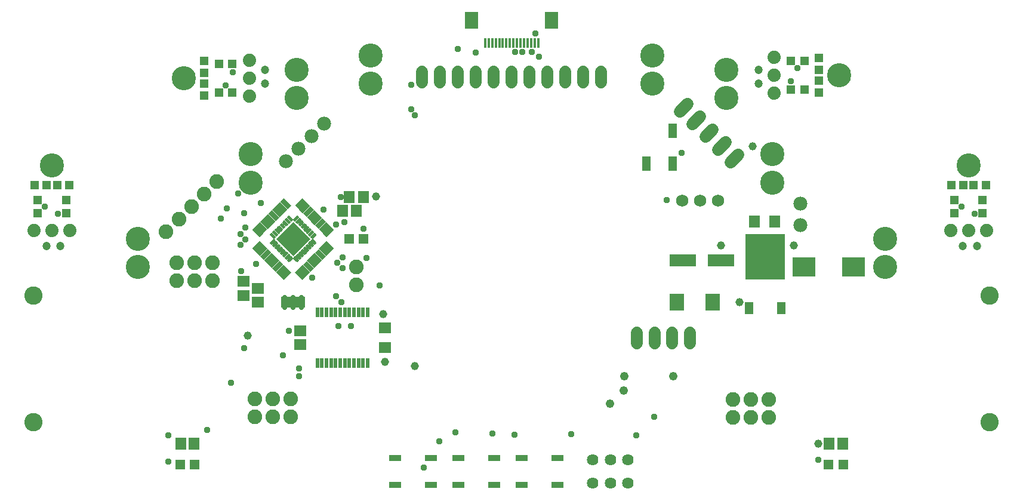
<source format=gbr>
G04 EAGLE Gerber RS-274X export*
G75*
%MOMM*%
%FSLAX34Y34*%
%LPD*%
%INSoldermask Top*%
%IPPOS*%
%AMOC8*
5,1,8,0,0,1.08239X$1,22.5*%
G01*
%ADD10C,1.203200*%
%ADD11R,1.473200X0.762000*%
%ADD12R,0.762000X1.473200*%
%ADD13C,0.653200*%
%ADD14R,3.495038X1.534156*%
%ADD15C,0.352238*%
%ADD16R,3.403200X3.403200*%
%ADD17R,1.503200X1.803200*%
%ADD18R,1.727200X0.965200*%
%ADD19R,0.603200X1.453200*%
%ADD20R,1.803200X1.503200*%
%ADD21R,1.803200X1.603200*%
%ADD22R,5.603200X6.403200*%
%ADD23R,1.203200X1.803200*%
%ADD24R,2.003200X2.403200*%
%ADD25R,3.203200X2.703200*%
%ADD26C,1.727200*%
%ADD27R,1.603200X1.803200*%
%ADD28C,1.625600*%
%ADD29R,1.403200X1.403200*%
%ADD30C,2.603200*%
%ADD31R,1.503200X1.703200*%
%ADD32C,1.981200*%
%ADD33C,2.082800*%
%ADD34C,1.727200*%
%ADD35C,3.419200*%
%ADD36R,3.703200X1.803200*%
%ADD37R,0.400000X1.400000*%
%ADD38R,1.900000X2.350000*%
%ADD39R,1.168400X2.133600*%
%ADD40R,1.203200X1.303200*%
%ADD41R,1.303200X1.203200*%
%ADD42C,1.879600*%
%ADD43C,0.959600*%
%ADD44C,1.159600*%
%ADD45C,1.209600*%


D10*
X-350000Y210000D03*
X-350000Y230000D03*
X-660000Y-20000D03*
X-640000Y-20000D03*
X350000Y230000D03*
X350000Y210000D03*
X640000Y-20000D03*
X660000Y-20000D03*
D11*
G36*
X-352250Y-18040D02*
X-362666Y-28456D01*
X-368054Y-23068D01*
X-357638Y-12652D01*
X-352250Y-18040D01*
G37*
G36*
X-346593Y-23697D02*
X-357009Y-34113D01*
X-362397Y-28725D01*
X-351981Y-18309D01*
X-346593Y-23697D01*
G37*
G36*
X-340937Y-29354D02*
X-351353Y-39770D01*
X-356741Y-34382D01*
X-346325Y-23966D01*
X-340937Y-29354D01*
G37*
G36*
X-335280Y-35011D02*
X-345696Y-45427D01*
X-351084Y-40039D01*
X-340668Y-29623D01*
X-335280Y-35011D01*
G37*
G36*
X-329623Y-40668D02*
X-340039Y-51084D01*
X-345427Y-45696D01*
X-335011Y-35280D01*
X-329623Y-40668D01*
G37*
G36*
X-323966Y-46325D02*
X-334382Y-56741D01*
X-339770Y-51353D01*
X-329354Y-40937D01*
X-323966Y-46325D01*
G37*
G36*
X-318309Y-51981D02*
X-328725Y-62397D01*
X-334113Y-57009D01*
X-323697Y-46593D01*
X-318309Y-51981D01*
G37*
G36*
X-312652Y-57638D02*
X-323068Y-68054D01*
X-328456Y-62666D01*
X-318040Y-52250D01*
X-312652Y-57638D01*
G37*
D12*
G36*
X-291544Y-62666D02*
X-296932Y-68054D01*
X-307348Y-57638D01*
X-301960Y-52250D01*
X-291544Y-62666D01*
G37*
G36*
X-285887Y-57009D02*
X-291275Y-62397D01*
X-301691Y-51981D01*
X-296303Y-46593D01*
X-285887Y-57009D01*
G37*
G36*
X-280230Y-51353D02*
X-285618Y-56741D01*
X-296034Y-46325D01*
X-290646Y-40937D01*
X-280230Y-51353D01*
G37*
G36*
X-274573Y-45696D02*
X-279961Y-51084D01*
X-290377Y-40668D01*
X-284989Y-35280D01*
X-274573Y-45696D01*
G37*
G36*
X-268916Y-40039D02*
X-274304Y-45427D01*
X-284720Y-35011D01*
X-279332Y-29623D01*
X-268916Y-40039D01*
G37*
G36*
X-263259Y-34382D02*
X-268647Y-39770D01*
X-279063Y-29354D01*
X-273675Y-23966D01*
X-263259Y-34382D01*
G37*
G36*
X-257603Y-28725D02*
X-262991Y-34113D01*
X-273407Y-23697D01*
X-268019Y-18309D01*
X-257603Y-28725D01*
G37*
G36*
X-251946Y-23068D02*
X-257334Y-28456D01*
X-267750Y-18040D01*
X-262362Y-12652D01*
X-251946Y-23068D01*
G37*
D11*
G36*
X-251946Y3068D02*
X-262362Y-7348D01*
X-267750Y-1960D01*
X-257334Y8456D01*
X-251946Y3068D01*
G37*
G36*
X-257603Y8725D02*
X-268019Y-1691D01*
X-273407Y3697D01*
X-262991Y14113D01*
X-257603Y8725D01*
G37*
G36*
X-263259Y14382D02*
X-273675Y3966D01*
X-279063Y9354D01*
X-268647Y19770D01*
X-263259Y14382D01*
G37*
G36*
X-268916Y20039D02*
X-279332Y9623D01*
X-284720Y15011D01*
X-274304Y25427D01*
X-268916Y20039D01*
G37*
G36*
X-274573Y25696D02*
X-284989Y15280D01*
X-290377Y20668D01*
X-279961Y31084D01*
X-274573Y25696D01*
G37*
G36*
X-280230Y31353D02*
X-290646Y20937D01*
X-296034Y26325D01*
X-285618Y36741D01*
X-280230Y31353D01*
G37*
G36*
X-285887Y37009D02*
X-296303Y26593D01*
X-301691Y31981D01*
X-291275Y42397D01*
X-285887Y37009D01*
G37*
G36*
X-291544Y42666D02*
X-301960Y32250D01*
X-307348Y37638D01*
X-296932Y48054D01*
X-291544Y42666D01*
G37*
D12*
G36*
X-312652Y37638D02*
X-318040Y32250D01*
X-328456Y42666D01*
X-323068Y48054D01*
X-312652Y37638D01*
G37*
G36*
X-318309Y31981D02*
X-323697Y26593D01*
X-334113Y37009D01*
X-328725Y42397D01*
X-318309Y31981D01*
G37*
G36*
X-323966Y26325D02*
X-329354Y20937D01*
X-339770Y31353D01*
X-334382Y36741D01*
X-323966Y26325D01*
G37*
G36*
X-329623Y20668D02*
X-335011Y15280D01*
X-345427Y25696D01*
X-340039Y31084D01*
X-329623Y20668D01*
G37*
G36*
X-335280Y15011D02*
X-340668Y9623D01*
X-351084Y20039D01*
X-345696Y25427D01*
X-335280Y15011D01*
G37*
G36*
X-340937Y9354D02*
X-346325Y3966D01*
X-356741Y14382D01*
X-351353Y19770D01*
X-340937Y9354D01*
G37*
G36*
X-346593Y3697D02*
X-351981Y-1691D01*
X-362397Y8725D01*
X-357009Y14113D01*
X-346593Y3697D01*
G37*
G36*
X-352250Y-1960D02*
X-357638Y-7348D01*
X-368054Y3068D01*
X-362666Y8456D01*
X-352250Y-1960D01*
G37*
D13*
X-322000Y-92725D02*
X-322000Y-107275D01*
X-310000Y-107275D02*
X-310000Y-92725D01*
X-298000Y-92725D02*
X-298000Y-107275D01*
D14*
X-310025Y-100025D03*
D15*
X-340405Y-16724D02*
X-336510Y-12829D01*
X-340405Y-16724D02*
X-341472Y-15657D01*
X-337577Y-11762D01*
X-336510Y-12829D01*
X-337059Y-13378D02*
X-339193Y-13378D01*
X-332975Y-16364D02*
X-336870Y-20259D01*
X-337937Y-19192D01*
X-334042Y-15297D01*
X-332975Y-16364D01*
X-333524Y-16913D02*
X-335658Y-16913D01*
X-329439Y-19900D02*
X-333334Y-23795D01*
X-334401Y-22728D01*
X-330506Y-18833D01*
X-329439Y-19900D01*
X-329988Y-20449D02*
X-332122Y-20449D01*
X-325904Y-23435D02*
X-329799Y-27330D01*
X-330866Y-26263D01*
X-326971Y-22368D01*
X-325904Y-23435D01*
X-326453Y-23984D02*
X-328587Y-23984D01*
X-322368Y-26971D02*
X-326263Y-30866D01*
X-327330Y-29799D01*
X-323435Y-25904D01*
X-322368Y-26971D01*
X-322917Y-27520D02*
X-325051Y-27520D01*
X-318833Y-30506D02*
X-322728Y-34401D01*
X-323795Y-33334D01*
X-319900Y-29439D01*
X-318833Y-30506D01*
X-319382Y-31055D02*
X-321516Y-31055D01*
X-315297Y-34042D02*
X-319192Y-37937D01*
X-320259Y-36870D01*
X-316364Y-32975D01*
X-315297Y-34042D01*
X-315846Y-34591D02*
X-317980Y-34591D01*
X-311762Y-37577D02*
X-315657Y-41472D01*
X-316724Y-40405D01*
X-312829Y-36510D01*
X-311762Y-37577D01*
X-312311Y-38126D02*
X-314445Y-38126D01*
X-304343Y-41472D02*
X-303276Y-40405D01*
X-304343Y-41472D02*
X-308238Y-37577D01*
X-307171Y-36510D01*
X-303276Y-40405D01*
X-305555Y-38126D02*
X-307689Y-38126D01*
X-300808Y-37937D02*
X-299741Y-36870D01*
X-300808Y-37937D02*
X-304703Y-34042D01*
X-303636Y-32975D01*
X-299741Y-36870D01*
X-302020Y-34591D02*
X-304154Y-34591D01*
X-297272Y-34401D02*
X-296205Y-33334D01*
X-297272Y-34401D02*
X-301167Y-30506D01*
X-300100Y-29439D01*
X-296205Y-33334D01*
X-298484Y-31055D02*
X-300618Y-31055D01*
X-293737Y-30866D02*
X-292670Y-29799D01*
X-293737Y-30866D02*
X-297632Y-26971D01*
X-296565Y-25904D01*
X-292670Y-29799D01*
X-294949Y-27520D02*
X-297083Y-27520D01*
X-290201Y-27330D02*
X-289134Y-26263D01*
X-290201Y-27330D02*
X-294096Y-23435D01*
X-293029Y-22368D01*
X-289134Y-26263D01*
X-291413Y-23984D02*
X-293547Y-23984D01*
X-286666Y-23795D02*
X-285599Y-22728D01*
X-286666Y-23795D02*
X-290561Y-19900D01*
X-289494Y-18833D01*
X-285599Y-22728D01*
X-287878Y-20449D02*
X-290012Y-20449D01*
X-283130Y-20259D02*
X-282063Y-19192D01*
X-283130Y-20259D02*
X-287025Y-16364D01*
X-285958Y-15297D01*
X-282063Y-19192D01*
X-284342Y-16913D02*
X-286476Y-16913D01*
X-279595Y-16724D02*
X-278528Y-15657D01*
X-279595Y-16724D02*
X-283490Y-12829D01*
X-282423Y-11762D01*
X-278528Y-15657D01*
X-280807Y-13378D02*
X-282941Y-13378D01*
X-282423Y-8238D02*
X-278528Y-4343D01*
X-282423Y-8238D02*
X-283490Y-7171D01*
X-279595Y-3276D01*
X-278528Y-4343D01*
X-279077Y-4892D02*
X-281211Y-4892D01*
X-282063Y-808D02*
X-285958Y-4703D01*
X-287025Y-3636D01*
X-283130Y259D01*
X-282063Y-808D01*
X-282612Y-1357D02*
X-284746Y-1357D01*
X-285599Y2728D02*
X-289494Y-1167D01*
X-290561Y-100D01*
X-286666Y3795D01*
X-285599Y2728D01*
X-286148Y2179D02*
X-288282Y2179D01*
X-289134Y6263D02*
X-293029Y2368D01*
X-294096Y3435D01*
X-290201Y7330D01*
X-289134Y6263D01*
X-289683Y5714D02*
X-291817Y5714D01*
X-292670Y9799D02*
X-296565Y5904D01*
X-297632Y6971D01*
X-293737Y10866D01*
X-292670Y9799D01*
X-293219Y9250D02*
X-295353Y9250D01*
X-296205Y13334D02*
X-300100Y9439D01*
X-301167Y10506D01*
X-297272Y14401D01*
X-296205Y13334D01*
X-296754Y12785D02*
X-298888Y12785D01*
X-299741Y16870D02*
X-303636Y12975D01*
X-304703Y14042D01*
X-300808Y17937D01*
X-299741Y16870D01*
X-300290Y16321D02*
X-302424Y16321D01*
X-303276Y20405D02*
X-307171Y16510D01*
X-308238Y17577D01*
X-304343Y21472D01*
X-303276Y20405D01*
X-303825Y19856D02*
X-305959Y19856D01*
X-311762Y17577D02*
X-312829Y16510D01*
X-316724Y20405D01*
X-315657Y21472D01*
X-311762Y17577D01*
X-314041Y19856D02*
X-316175Y19856D01*
X-315297Y14042D02*
X-316364Y12975D01*
X-320259Y16870D01*
X-319192Y17937D01*
X-315297Y14042D01*
X-317576Y16321D02*
X-319710Y16321D01*
X-318833Y10506D02*
X-319900Y9439D01*
X-323795Y13334D01*
X-322728Y14401D01*
X-318833Y10506D01*
X-321112Y12785D02*
X-323246Y12785D01*
X-322368Y6971D02*
X-323435Y5904D01*
X-327330Y9799D01*
X-326263Y10866D01*
X-322368Y6971D01*
X-324647Y9250D02*
X-326781Y9250D01*
X-325904Y3435D02*
X-326971Y2368D01*
X-330866Y6263D01*
X-329799Y7330D01*
X-325904Y3435D01*
X-328183Y5714D02*
X-330317Y5714D01*
X-329439Y-100D02*
X-330506Y-1167D01*
X-334401Y2728D01*
X-333334Y3795D01*
X-329439Y-100D01*
X-331718Y2179D02*
X-333852Y2179D01*
X-332975Y-3636D02*
X-334042Y-4703D01*
X-337937Y-808D01*
X-336870Y259D01*
X-332975Y-3636D01*
X-335254Y-1357D02*
X-337388Y-1357D01*
X-336510Y-7171D02*
X-337577Y-8238D01*
X-341472Y-4343D01*
X-340405Y-3276D01*
X-336510Y-7171D01*
X-338789Y-4892D02*
X-340923Y-4892D01*
D16*
G36*
X-285936Y-10000D02*
X-310000Y-34064D01*
X-334064Y-10000D01*
X-310000Y14064D01*
X-285936Y-10000D01*
G37*
D17*
X-210128Y49736D03*
X-230128Y49736D03*
X-219928Y30320D03*
X-239928Y30320D03*
D18*
X-165400Y-320950D03*
X-114600Y-320950D03*
X-165400Y-359050D03*
X-114600Y-359050D03*
D19*
X-275750Y-186250D03*
X-269250Y-186250D03*
X-262750Y-186250D03*
X-256250Y-186250D03*
X-249750Y-186250D03*
X-243250Y-186250D03*
X-236750Y-186250D03*
X-230250Y-186250D03*
X-223750Y-186250D03*
X-217250Y-186250D03*
X-210750Y-186250D03*
X-204250Y-186250D03*
X-217250Y-113750D03*
X-223750Y-113750D03*
X-230250Y-113750D03*
X-236750Y-113750D03*
X-243250Y-113750D03*
X-249750Y-113750D03*
X-256250Y-113750D03*
X-262750Y-113750D03*
X-269250Y-113750D03*
X-275750Y-113750D03*
X-210750Y-113750D03*
X-204250Y-113750D03*
D20*
X-300000Y-160000D03*
X-300000Y-140000D03*
D21*
X-180000Y-164000D03*
X-180000Y-136000D03*
D22*
X360000Y-35000D03*
D23*
X337200Y-108000D03*
X382800Y-108000D03*
D24*
X285500Y-100000D03*
X234500Y-100000D03*
D25*
X415000Y-50000D03*
X485000Y-50000D03*
D26*
X202700Y-142380D02*
X202700Y-157620D01*
X177300Y-157620D02*
X177300Y-142380D01*
D27*
X372820Y14290D03*
X344820Y14290D03*
D28*
X140000Y-356500D03*
X140000Y-323500D03*
X115000Y-356500D03*
X165000Y-356500D03*
X165000Y-323500D03*
X115000Y-323500D03*
D29*
X-209787Y-10127D03*
X-230787Y-10127D03*
D30*
X-678200Y-270000D03*
X-678200Y-90000D03*
X678200Y-90000D03*
X678200Y-270000D03*
D29*
X470500Y-330000D03*
X449500Y-330000D03*
D31*
X450500Y-300000D03*
X469500Y-300000D03*
D29*
X-449500Y-330000D03*
X-470500Y-330000D03*
D31*
X-469500Y-300000D03*
X-450500Y-300000D03*
D32*
X-320000Y100000D03*
X-302039Y117961D03*
X-284079Y135921D03*
X-266118Y153882D03*
D26*
X310533Y98691D02*
X321309Y109467D01*
X303349Y127428D02*
X292572Y116651D01*
X274612Y134612D02*
X285388Y145388D01*
X267428Y163349D02*
X256651Y152572D01*
X238691Y170533D02*
X249467Y181309D01*
D33*
X-475400Y-69050D03*
X-475400Y-43650D03*
X-450000Y-69050D03*
X-450000Y-43650D03*
X-424600Y-69050D03*
X-424600Y-43650D03*
D26*
X252700Y-142380D02*
X252700Y-157620D01*
X227300Y-157620D02*
X227300Y-142380D01*
X127000Y212380D02*
X127000Y227620D01*
X101600Y227620D02*
X101600Y212380D01*
X76200Y212380D02*
X76200Y227620D01*
X50800Y227620D02*
X50800Y212380D01*
X25400Y212380D02*
X25400Y227620D01*
X0Y227620D02*
X0Y212380D01*
X-25400Y212380D02*
X-25400Y227620D01*
X-50800Y227620D02*
X-50800Y212380D01*
X-76200Y212380D02*
X-76200Y227620D01*
X-101600Y227620D02*
X-101600Y212380D01*
X-127000Y212380D02*
X-127000Y227620D01*
D18*
X-75400Y-320950D03*
X-24600Y-320950D03*
X-75400Y-359050D03*
X-24600Y-359050D03*
X14600Y-320950D03*
X65400Y-320950D03*
X14600Y-359050D03*
X65400Y-359050D03*
D34*
X241671Y44645D03*
X267071Y44645D03*
X292471Y44645D03*
D32*
X410000Y10000D03*
X410000Y40000D03*
D35*
X-305000Y190000D03*
X305000Y230000D03*
X530000Y-10000D03*
X-530000Y-10000D03*
D36*
X243000Y-40000D03*
X297000Y-40000D03*
D35*
X-370000Y110000D03*
D20*
X-380000Y-90000D03*
X-380000Y-70000D03*
X-360000Y-100000D03*
X-360000Y-80000D03*
D35*
X-530000Y-50000D03*
X530000Y-50000D03*
D37*
X37500Y267500D03*
X32500Y267500D03*
X27500Y267500D03*
X22500Y267500D03*
X17500Y267500D03*
X12500Y267500D03*
X7500Y267500D03*
X2500Y267500D03*
X-2500Y267500D03*
X-7500Y267500D03*
X-12500Y267500D03*
X-17500Y267500D03*
X-22500Y267500D03*
X-27500Y267500D03*
X-32500Y267500D03*
X-37500Y267500D03*
D38*
X-56500Y300000D03*
X56500Y300000D03*
D35*
X-305000Y230000D03*
X305000Y190000D03*
X370000Y110000D03*
D39*
X191500Y97000D03*
X228500Y143000D03*
X228500Y97000D03*
D33*
X-220000Y-50000D03*
X-220000Y-75400D03*
D35*
X-200000Y250000D03*
X-200000Y210000D03*
X200000Y210000D03*
X200000Y250000D03*
X-370000Y70000D03*
X370000Y70000D03*
D33*
X-490000Y0D03*
X-472039Y17961D03*
X-454079Y35921D03*
X-436118Y53882D03*
X-418158Y71842D03*
X-364000Y-262000D03*
X-364000Y-236600D03*
X-338600Y-262000D03*
X-338600Y-236600D03*
X-313200Y-262000D03*
X-313200Y-236600D03*
X365000Y-238000D03*
X365000Y-263400D03*
X339600Y-238000D03*
X339600Y-263400D03*
X314200Y-238000D03*
X314200Y-263400D03*
D40*
X-627500Y66000D03*
X-644500Y66000D03*
X-676400Y66000D03*
X-659400Y66000D03*
D41*
X-631800Y26200D03*
X-631800Y45300D03*
X-672300Y26200D03*
X-672300Y45300D03*
D42*
X-626500Y2000D03*
X-651900Y2000D03*
X-677300Y2000D03*
D35*
X-651900Y94600D03*
D40*
X672500Y66000D03*
X655500Y66000D03*
X623600Y66000D03*
X640600Y66000D03*
D41*
X668200Y26200D03*
X668200Y45300D03*
X627700Y26200D03*
X627700Y45300D03*
D42*
X673500Y2000D03*
X648100Y2000D03*
X622700Y2000D03*
D35*
X648100Y94600D03*
D41*
X-436000Y242500D03*
X-436000Y225500D03*
X-436000Y193600D03*
X-436000Y210600D03*
D40*
X-396200Y238200D03*
X-415300Y238200D03*
X-396200Y197700D03*
X-415300Y197700D03*
D42*
X-372000Y243500D03*
X-372000Y218100D03*
X-372000Y192700D03*
D35*
X-464600Y218100D03*
D41*
X436000Y197500D03*
X436000Y214500D03*
X436000Y246400D03*
X436000Y229400D03*
D40*
X396200Y201800D03*
X415300Y201800D03*
X396200Y242300D03*
X415300Y242300D03*
D42*
X372000Y196500D03*
X372000Y221900D03*
X372000Y247300D03*
D35*
X464600Y221900D03*
D43*
X33274Y281686D03*
D44*
X400558Y-19558D03*
X297180Y-18796D03*
X-180086Y-184150D03*
X-137414Y-189992D03*
D43*
X-27178Y-285496D03*
X-487172Y-288290D03*
D44*
X-374142Y-146812D03*
D43*
X-362712Y-45212D03*
D44*
X-192278Y50038D03*
X435176Y-300000D03*
D43*
X-248920Y-91440D03*
X201930Y-261874D03*
X84582Y-286512D03*
X-124714Y-333756D03*
X-316230Y-140000D03*
X-379476Y-165100D03*
X-324866Y-175006D03*
X-397764Y-213868D03*
X-187452Y-76200D03*
X-237642Y13462D03*
X-266700Y31750D03*
X-242570Y49530D03*
X-355600Y40640D03*
X-384556Y-18288D03*
X-102616Y-296672D03*
X38354Y248158D03*
X4826Y254734D03*
X14732Y255016D03*
X-50800Y254000D03*
X-76200Y259080D03*
X-137160Y165100D03*
X-142240Y173990D03*
X-142240Y208280D03*
X28448Y255016D03*
X-412750Y19050D03*
X-403860Y33020D03*
X4064Y-287782D03*
X-301244Y-204470D03*
X-79756Y-284480D03*
X-301498Y-193294D03*
X-383656Y-55372D03*
X-387858Y54102D03*
X-239522Y-51562D03*
X-283210Y-64770D03*
X-247650Y-43688D03*
X-377444Y-10668D03*
X-205740Y-37338D03*
X-240030Y-35814D03*
X-384302Y-3048D03*
X219964Y44958D03*
X-249298Y10160D03*
X-377952Y5870D03*
X-486664Y-325882D03*
X434848Y-323088D03*
X176784Y-288290D03*
X-431800Y-280670D03*
D45*
X229108Y-204216D03*
X160020Y-204216D03*
D44*
X341630Y121158D03*
X323088Y-100000D03*
D43*
X-246126Y-133096D03*
X-227584Y-133350D03*
D44*
X-182372Y-116332D03*
D43*
X-210058Y4572D03*
D45*
X139446Y-243586D03*
X158750Y-225298D03*
D43*
X-379730Y26670D03*
X240792Y112268D03*
X-241429Y-99341D03*
X-643543Y25992D03*
X-661933Y35669D03*
X656457Y25992D03*
X638067Y35669D03*
X-395992Y226457D03*
X-405669Y208067D03*
X395992Y213543D03*
X405669Y231933D03*
M02*

</source>
